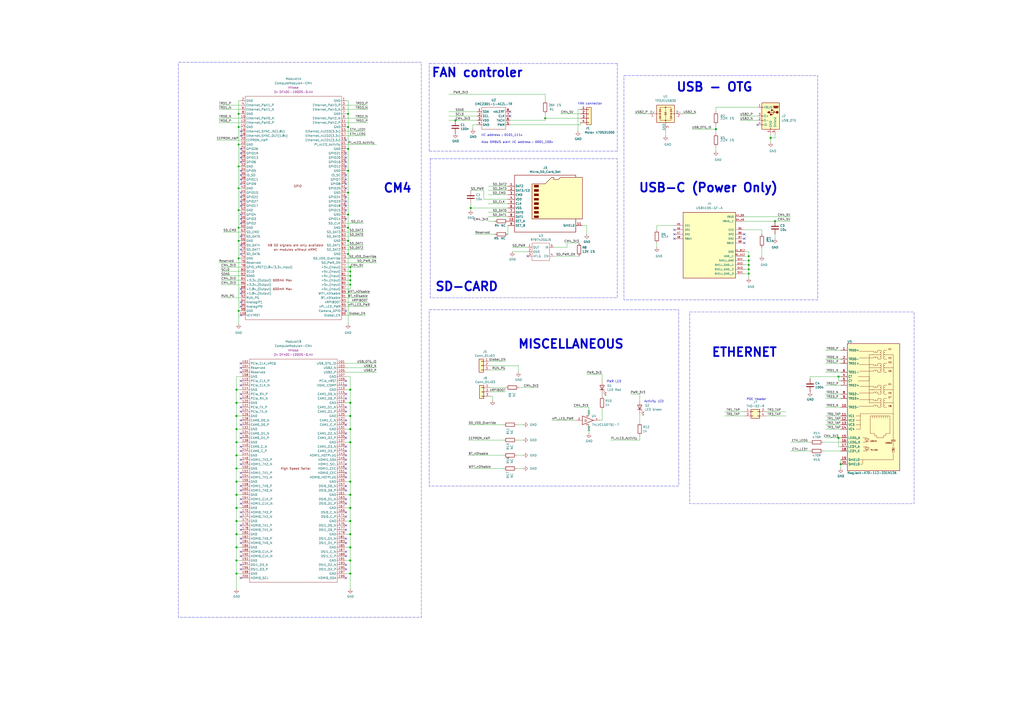
<source format=kicad_sch>
(kicad_sch (version 20231120) (generator "eeschema") (generator_version "8.0")
  (paper "A2")
  (title_block (title "V1 - CM4 Board") (date "2024-11-07") (rev "V0.1") (company "Rapid Analysis") (comment 1 "Author: Asad Imran"))
  (junction (at 201.93 86.36))
  (junction (at 138.43 132.08))
  (junction (at 203.2 162.56))
  (junction (at 201.93 147.32))
  (junction (at 203.2 160.02))
  (junction (at 203.2 325.12) (diameter 1.016))
  (junction (at 137.16 287.02) (diameter 1.016))
  (junction (at 137.16 325.12) (diameter 1.016))
  (junction (at 203.2 279.4) (diameter 1.016))
  (junction (at 203.2 241.3) (diameter 1.016))
  (junction (at 137.16 302.26) (diameter 1.016))
  (junction (at 137.16 248.92) (diameter 1.016))
  (junction (at 137.16 233.68) (diameter 1.016))
  (junction (at 447.04 80.01) (diameter 1.016))
  (junction (at 203.2 157.48))
  (junction (at 138.43 96.52))
  (junction (at 434.34 153.67))
  (junction (at 138.43 121.92))
  (junction (at 434.34 158.75))
  (junction (at 316.23 68.58))
  (junction (at 203.2 154.94))
  (junction (at 415.29 74.93) (diameter 1.016))
  (junction (at 203.2 309.88) (diameter 1.016))
  (junction (at 137.16 264.16) (diameter 1.016))
  (junction (at 137.16 317.5) (diameter 1.016))
  (junction (at 137.16 256.54) (diameter 1.016))
  (junction (at 201.93 111.76))
  (junction (at 273.05 120.65) (diameter 1.016))
  (junction (at 137.16 332.74) (diameter 1.016))
  (junction (at 201.93 73.66))
  (junction (at 138.43 109.22))
  (junction (at 203.2 332.74) (diameter 1.016))
  (junction (at 138.43 139.7))
  (junction (at 434.34 151.13))
  (junction (at 434.34 148.59))
  (junction (at 137.16 226.06) (diameter 1.016))
  (junction (at 487.68 269.24) (diameter 1.016))
  (junction (at 486.41 218.44) (diameter 1.016))
  (junction (at 138.43 180.34))
  (junction (at 201.93 132.08))
  (junction (at 138.43 83.82))
  (junction (at 138.43 73.66))
  (junction (at 203.2 287.02) (diameter 1.016))
  (junction (at 203.2 294.64) (diameter 1.016))
  (junction (at 264.16 69.85) (diameter 1.016))
  (junction (at 137.16 279.4) (diameter 1.016))
  (junction (at 201.93 124.46))
  (junction (at 203.2 248.92) (diameter 1.016))
  (junction (at 137.16 271.78) (diameter 1.016))
  (junction (at 138.43 149.86))
  (junction (at 203.2 317.5) (diameter 1.016))
  (junction (at 203.2 165.1))
  (junction (at 201.93 66.04))
  (junction (at 203.2 233.68) (diameter 1.016))
  (junction (at 201.93 99.06))
  (junction (at 138.43 66.04))
  (junction (at 137.16 241.3) (diameter 1.016))
  (junction (at 449.58 128.27))
  (junction (at 203.2 256.54) (diameter 1.016))
  (junction (at 203.2 226.06) (diameter 1.016))
  (junction (at 137.16 309.88) (diameter 1.016))
  (junction (at 201.93 139.7))
  (junction (at 486.41 254) (diameter 1.016))
  (junction (at 137.16 294.64) (diameter 1.016))
  (junction (at 434.34 156.21))
  (junction (at 203.2 302.26) (diameter 1.016))
  (no_connect (at 139.7 86.36))
  (no_connect (at 200.66 281.94))
  (no_connect (at 200.66 320.04))
  (no_connect (at 139.7 299.72))
  (no_connect (at 139.7 269.24))
  (no_connect (at 200.66 276.86))
  (no_connect (at 295.91 67.31))
  (no_connect (at 200.66 327.66))
  (no_connect (at 139.7 101.6))
  (no_connect (at 431.8 135.89))
  (no_connect (at 200.66 254))
  (no_connect (at 139.7 76.2))
  (no_connect (at 139.7 228.6))
  (no_connect (at 200.66 93.98))
  (no_connect (at 139.7 292.1))
  (no_connect (at 139.7 210.82))
  (no_connect (at 391.16 133.35))
  (no_connect (at 139.7 147.32))
  (no_connect (at 139.7 251.46))
  (no_connect (at 200.66 220.98))
  (no_connect (at 139.7 259.08))
  (no_connect (at 139.7 304.8))
  (no_connect (at 139.7 111.76))
  (no_connect (at 200.66 81.28))
  (no_connect (at 139.7 297.18))
  (no_connect (at 139.7 182.88))
  (no_connect (at 200.66 322.58))
  (no_connect (at 139.7 93.98))
  (no_connect (at 139.7 144.78))
  (no_connect (at 139.7 175.26))
  (no_connect (at 139.7 78.74))
  (no_connect (at 139.7 289.56))
  (no_connect (at 200.66 238.76))
  (no_connect (at 200.66 96.52))
  (no_connect (at 139.7 243.84))
  (no_connect (at 139.7 137.16))
  (no_connect (at 200.66 109.22))
  (no_connect (at 200.66 304.8))
  (no_connect (at 139.7 320.04))
  (no_connect (at 200.66 231.14))
  (no_connect (at 139.7 238.76))
  (no_connect (at 139.7 220.98))
  (no_connect (at 200.66 314.96))
  (no_connect (at 200.66 114.3))
  (no_connect (at 200.66 180.34))
  (no_connect (at 139.7 127))
  (no_connect (at 200.66 121.92))
  (no_connect (at 139.7 129.54))
  (no_connect (at 139.7 223.52))
  (no_connect (at 139.7 119.38))
  (no_connect (at 139.7 99.06))
  (no_connect (at 139.7 276.86))
  (no_connect (at 139.7 213.36))
  (no_connect (at 200.66 297.18))
  (no_connect (at 200.66 116.84))
  (no_connect (at 139.7 314.96))
  (no_connect (at 431.8 138.43))
  (no_connect (at 295.91 64.77))
  (no_connect (at 200.66 289.56))
  (no_connect (at 200.66 127))
  (no_connect (at 200.66 312.42))
  (no_connect (at 200.66 106.68))
  (no_connect (at 200.66 271.78))
  (no_connect (at 200.66 284.48))
  (no_connect (at 200.66 246.38))
  (no_connect (at 139.7 327.66))
  (no_connect (at 200.66 236.22))
  (no_connect (at 139.7 170.18))
  (no_connect (at 139.7 246.38))
  (no_connect (at 139.7 167.64))
  (no_connect (at 200.66 335.28))
  (no_connect (at 139.7 177.8))
  (no_connect (at 200.66 274.32))
  (no_connect (at 200.66 88.9))
  (no_connect (at 139.7 284.48))
  (no_connect (at 200.66 292.1))
  (no_connect (at 200.66 91.44))
  (no_connect (at 139.7 330.2))
  (no_connect (at 139.7 231.14))
  (no_connect (at 139.7 88.9))
  (no_connect (at 139.7 312.42))
  (no_connect (at 139.7 104.14))
  (no_connect (at 431.8 140.97))
  (no_connect (at 306.07 148.59))
  (no_connect (at 200.66 307.34))
  (no_connect (at 200.66 251.46))
  (no_connect (at 200.66 266.7))
  (no_connect (at 200.66 264.16))
  (no_connect (at 139.7 142.24))
  (no_connect (at 139.7 215.9))
  (no_connect (at 391.16 135.89))
  (no_connect (at 139.7 124.46))
  (no_connect (at 200.66 330.2))
  (no_connect (at 439.42 72.39))
  (no_connect (at 200.66 269.24))
  (no_connect (at 139.7 281.94))
  (no_connect (at 391.16 138.43))
  (no_connect (at 200.66 104.14))
  (no_connect (at 200.66 101.6))
  (no_connect (at 200.66 243.84))
  (no_connect (at 139.7 91.44))
  (no_connect (at 139.7 335.28))
  (no_connect (at 139.7 274.32))
  (no_connect (at 200.66 119.38))
  (no_connect (at 200.66 261.62))
  (no_connect (at 200.66 299.72))
  (no_connect (at 139.7 266.7))
  (no_connect (at 200.66 259.08))
  (no_connect (at 139.7 116.84))
  (no_connect (at 139.7 236.22))
  (no_connect (at 139.7 322.58))
  (no_connect (at 139.7 106.68))
  (no_connect (at 200.66 223.52))
  (no_connect (at 200.66 228.6))
  (no_connect (at 139.7 261.62))
  (no_connect (at 139.7 254))
  (no_connect (at 139.7 307.34))
  (no_connect (at 139.7 114.3))
  (wire (pts (xy 306.07 143.51) (xy 297.18 143.51)))
  (wire (pts (xy 200.66 165.1) (xy 203.2 165.1)))
  (wire (pts (xy 218.44 210.82) (xy 200.66 210.82)))
  (wire (pts (xy 336.55 72.39) (xy 336.55 71.12)))
  (wire (pts (xy 139.7 68.58) (xy 127 68.58)))
  (wire (pts (xy 337.82 130.81) (xy 340.36 130.81)))
  (wire (pts (xy 295.91 72.39) (xy 336.55 72.39)))
  (wire (pts (xy 212.09 182.88) (xy 200.66 182.88)))
  (wire (pts (xy 469.9 219.71) (xy 469.9 218.44)))
  (wire (pts (xy 371.094 232.41) (xy 371.094 228.6)))
  (wire (pts (xy 200.66 256.54) (xy 203.2 256.54)))
  (wire (pts (xy 478.79 228.6) (xy 487.68 228.6)))
  (wire (pts (xy 328.93 140.97) (xy 328.93 143.51)))
  (wire (pts (xy 431.8 146.05) (xy 434.34 146.05)))
  (wire (pts (xy 444.5 238.76) (xy 455.93 238.76)))
  (wire (pts (xy 200.66 71.12) (xy 213.36 71.12)))
  (wire (pts (xy 138.43 187.96) (xy 138.43 180.34)))
  (wire (pts (xy 429.26 69.85) (xy 439.42 69.85)))
  (wire (pts (xy 478.79 248.92) (xy 487.68 248.92)))
  (wire (pts (xy 386.08 76.2) (xy 386.08 78.74)))
  (wire (pts (xy 487.68 218.44) (xy 486.41 218.44)))
  (wire (pts (xy 128.27 160.02) (xy 139.7 160.02)))
  (wire (pts (xy 441.96 143.51) (xy 441.96 148.59)))
  (wire (pts (xy 477.52 261.62) (xy 487.68 261.62)))
  (wire (pts (xy 214.63 170.18) (xy 200.66 170.18)))
  (wire (pts (xy 316.23 69.85) (xy 316.23 68.58)))
  (wire (pts (xy 284.48 229.87) (xy 285.75 229.87)))
  (wire (pts (xy 335.28 63.5) (xy 335.28 76.2)))
  (wire (pts (xy 137.16 248.92) (xy 139.7 248.92)))
  (wire (pts (xy 125.73 81.28) (xy 139.7 81.28)))
  (wire (pts (xy 128.27 172.72) (xy 139.7 172.72)))
  (wire (pts (xy 200.66 83.82) (xy 218.44 83.82)))
  (wire (pts (xy 128.27 165.1) (xy 139.7 165.1)))
  (wire (pts (xy 458.47 256.54) (xy 469.9 256.54)))
  (wire (pts (xy 477.52 256.54) (xy 487.68 256.54)))
  (wire (pts (xy 128.27 154.94) (xy 139.7 154.94)))
  (wire (pts (xy 200.66 111.76) (xy 201.93 111.76)))
  (wire (pts (xy 306.07 146.05) (xy 297.18 146.05)))
  (wire (pts (xy 200.66 60.96) (xy 213.36 60.96)))
  (wire (pts (xy 478.79 223.52) (xy 487.68 223.52)))
  (wire (pts (xy 203.2 167.64) (xy 203.2 165.1)))
  (wire (pts (xy 138.43 58.42) (xy 139.7 58.42)))
  (wire (pts (xy 201.93 86.36) (xy 201.93 99.06)))
  (wire (pts (xy 336.55 68.58) (xy 316.23 68.58)))
  (wire (pts (xy 294.64 115.57) (xy 280.67 115.57)))
  (wire (pts (xy 137.16 233.68) (xy 137.16 241.3)))
  (wire (pts (xy 271.78 264.16) (xy 292.1 264.16)))
  (wire (pts (xy 200.66 332.74) (xy 203.2 332.74)))
  (wire (pts (xy 381 140.97) (xy 381 143.51)))
  (wire (pts (xy 203.2 160.02) (xy 203.2 157.48)))
  (wire (pts (xy 341.63 236.22) (xy 332.74 236.22)))
  (wire (pts (xy 200.66 233.68) (xy 203.2 233.68)))
  (wire (pts (xy 349.25 237.49) (xy 349.25 243.84)))
  (wire (pts (xy 273.05 120.65) (xy 273.05 121.92)))
  (polyline (pts (xy 248.92 36.83) (xy 358.14 36.83)) (stroke (width 0) (type dash)))
  (wire (pts (xy 200.66 149.86) (xy 218.44 149.86)))
  (wire (pts (xy 203.2 218.44) (xy 200.66 218.44)))
  (wire (pts (xy 276.86 69.85) (xy 264.16 69.85)))
  (wire (pts (xy 137.16 271.78) (xy 139.7 271.78)))
  (wire (pts (xy 139.7 325.12) (xy 137.16 325.12)))
  (wire (pts (xy 349.25 228.6) (xy 349.25 229.87)))
  (wire (pts (xy 137.16 218.44) (xy 137.16 226.06)))
  (wire (pts (xy 449.58 128.27) (xy 458.47 128.27)))
  (wire (pts (xy 137.16 264.16) (xy 137.16 271.78)))
  (wire (pts (xy 201.93 132.08) (xy 201.93 139.7)))
  (wire (pts (xy 447.04 80.01) (xy 447.04 82.55)))
  (wire (pts (xy 139.7 71.12) (xy 127 71.12)))
  (wire (pts (xy 213.36 175.26) (xy 200.66 175.26)))
  (wire (pts (xy 441.96 133.35) (xy 441.96 135.89)))
  (wire (pts (xy 201.93 139.7) (xy 201.93 147.32)))
  (wire (pts (xy 201.93 58.42) (xy 201.93 66.04)))
  (wire (pts (xy 200.66 160.02) (xy 203.2 160.02)))
  (wire (pts (xy 200.66 132.08) (xy 201.93 132.08)))
  (wire (pts (xy 200.66 162.56) (xy 203.2 162.56)))
  (wire (pts (xy 303.53 246.38) (xy 299.72 246.38)))
  (wire (pts (xy 137.16 241.3) (xy 137.16 248.92)))
  (wire (pts (xy 201.93 99.06) (xy 201.93 111.76)))
  (wire (pts (xy 201.93 66.04) (xy 201.93 73.66)))
  (wire (pts (xy 276.86 64.77) (xy 260.35 64.77)))
  (wire (pts (xy 431.8 156.21) (xy 434.34 156.21)))
  (wire (pts (xy 271.78 271.78) (xy 292.1 271.78)))
  (wire (pts (xy 214.63 177.8) (xy 200.66 177.8)))
  (wire (pts (xy 284.226 209.55) (xy 293.37 209.55)))
  (wire (pts (xy 200.66 68.58) (xy 213.36 68.58)))
  (wire (pts (xy 137.16 287.02) (xy 139.7 287.02)))
  (wire (pts (xy 447.04 77.47) (xy 447.04 80.01)))
  (wire (pts (xy 260.35 54.61) (xy 316.23 54.61)))
  (wire (pts (xy 354.33 255.27) (xy 371.094 255.27)))
  (wire (pts (xy 276.86 72.39) (xy 274.32 72.39)))
  (wire (pts (xy 273.05 118.11) (xy 273.05 120.65)))
  (wire (pts (xy 431.8 158.75) (xy 434.34 158.75)))
  (wire (pts (xy 391.16 130.81) (xy 381 130.81)))
  (wire (pts (xy 203.2 165.1) (xy 203.2 162.56)))
  (wire (pts (xy 137.16 226.06) (xy 139.7 226.06)))
  (wire (pts (xy 415.29 62.23) (xy 415.29 64.77)))
  (wire (pts (xy 137.16 309.88) (xy 137.16 317.5)))
  (wire (pts (xy 138.43 109.22) (xy 139.7 109.22)))
  (wire (pts (xy 371.094 255.27) (xy 371.094 252.73)))
  (wire (pts (xy 478.79 210.82) (xy 487.68 210.82)))
  (wire (pts (xy 420.37 241.3) (xy 431.8 241.3)))
  (wire (pts (xy 137.16 226.06) (xy 137.16 233.68)))
  (wire (pts (xy 137.16 256.54) (xy 137.16 264.16)))
  (wire (pts (xy 200.66 58.42) (xy 201.93 58.42)))
  (wire (pts (xy 316.23 54.61) (xy 316.23 58.42)))
  (wire (pts (xy 139.7 332.74) (xy 137.16 332.74)))
  (wire (pts (xy 138.43 132.08) (xy 138.43 121.92)))
  (wire (pts (xy 431.8 151.13) (xy 434.34 151.13)))
  (wire (pts (xy 335.915 140.97) (xy 328.93 140.97)))
  (wire (pts (xy 284.226 212.09) (xy 300.736 212.09)))
  (wire (pts (xy 200.66 147.32) (xy 201.93 147.32)))
  (wire (pts (xy 478.79 246.38) (xy 487.68 246.38)))
  (wire (pts (xy 264.16 69.85) (xy 260.35 69.85)))
  (wire (pts (xy 203.2 157.48) (xy 203.2 154.94)))
  (wire (pts (xy 138.43 121.92) (xy 138.43 109.22)))
  (wire (pts (xy 478.79 254) (xy 486.41 254)))
  (wire (pts (xy 200.66 287.02) (xy 203.2 287.02)))
  (wire (pts (xy 138.43 139.7) (xy 138.43 132.08)))
  (wire (pts (xy 469.9 218.44) (xy 486.41 218.44)))
  (wire (pts (xy 137.16 302.26) (xy 139.7 302.26)))
  (wire (pts (xy 316.23 68.58) (xy 316.23 66.04)))
  (wire (pts (xy 284.48 227.33) (xy 293.37 227.33)))
  (wire (pts (xy 137.16 241.3) (xy 139.7 241.3)))
  (wire (pts (xy 203.2 287.02) (xy 203.2 294.64)))
  (wire (pts (xy 271.78 246.38) (xy 292.1 246.38)))
  (wire (pts (xy 213.36 172.72) (xy 200.66 172.72)))
  (wire (pts (xy 137.16 248.92) (xy 137.16 256.54)))
  (wire (pts (xy 218.44 152.4) (xy 200.66 152.4)))
  (wire (pts (xy 429.26 67.31) (xy 439.42 67.31)))
  (wire (pts (xy 431.8 128.27) (xy 449.58 128.27)))
  (wire (pts (xy 203.2 256.54) (xy 203.2 279.4)))
  (wire (pts (xy 321.31 148.59) (xy 335.915 148.59)))
  (wire (pts (xy 478.79 241.3) (xy 487.68 241.3)))
  (wire (pts (xy 486.41 220.98) (xy 486.41 218.44)))
  (wire (pts (xy 138.43 132.08) (xy 139.7 132.08)))
  (wire (pts (xy 137.16 294.64) (xy 139.7 294.64)))
  (wire (pts (xy 271.78 255.27) (xy 292.1 255.27)))
  (wire (pts (xy 478.79 215.9) (xy 487.68 215.9)))
  (wire (pts (xy 200.66 78.74) (xy 212.09 78.74)))
  (wire (pts (xy 203.2 256.54) (xy 203.2 248.92)))
  (wire (pts (xy 200.66 73.66) (xy 201.93 73.66)))
  (wire (pts (xy 137.16 233.68) (xy 139.7 233.68)))
  (wire (pts (xy 203.2 162.56) (xy 203.2 160.02)))
  (wire (pts (xy 137.16 309.88) (xy 139.7 309.88)))
  (wire (pts (xy 294.64 130.81) (xy 294.64 135.89)))
  (wire (pts (xy 201.93 147.32) (xy 201.93 187.96)))
  (wire (pts (xy 203.2 309.88) (xy 203.2 317.5)))
  (wire (pts (xy 349.25 217.17) (xy 349.25 220.98)))
  (wire (pts (xy 128.27 157.48) (xy 139.7 157.48)))
  (wire (pts (xy 137.16 264.16) (xy 139.7 264.16)))
  (wire (pts (xy 434.34 156.21) (xy 434.34 158.75)))
  (wire (pts (xy 138.43 66.04) (xy 138.43 58.42)))
  (wire (pts (xy 273.05 120.65) (xy 294.64 120.65)))
  (wire (pts (xy 303.53 264.16) (xy 299.72 264.16)))
  (wire (pts (xy 486.41 259.08) (xy 486.41 254)))
  (wire (pts (xy 200.66 86.36) (xy 201.93 86.36)))
  (wire (pts (xy 200.66 66.04) (xy 201.93 66.04)))
  (wire (pts (xy 294.64 125.73) (xy 283.21 125.73)))
  (wire (pts (xy 200.66 139.7) (xy 201.93 139.7)))
  (wire (pts (xy 273.05 110.49) (xy 280.67 110.49)))
  (wire (pts (xy 285.75 229.87) (xy 285.75 232.41)))
  (wire (pts (xy 478.79 208.28) (xy 487.68 208.28)))
  (wire (pts (xy 487.68 220.98) (xy 486.41 220.98)))
  (wire (pts (xy 434.34 151.13) (xy 434.34 153.67)))
  (wire (pts (xy 415.29 72.39) (xy 415.29 74.93)))
  (wire (pts (xy 137.16 279.4) (xy 139.7 279.4)))
  (wire (pts (xy 201.93 124.46) (xy 201.93 132.08)))
  (wire (pts (xy 294.64 118.11) (xy 283.21 118.11)))
  (wire (pts (xy 434.34 153.67) (xy 434.34 156.21)))
  (wire (pts (xy 200.66 99.06) (xy 201.93 99.06)))
  (wire (pts (xy 137.16 271.78) (xy 137.16 279.4)))
  (wire (pts (xy 341.63 241.3) (xy 341.63 236.22)))
  (wire (pts (xy 210.82 137.16) (xy 200.66 137.16)))
  (wire (pts (xy 478.79 243.84) (xy 487.68 243.84)))
  (wire (pts (xy 200.66 325.12) (xy 203.2 325.12)))
  (wire (pts (xy 138.43 96.52) (xy 139.7 96.52)))
  (wire (pts (xy 137.16 294.64) (xy 137.16 302.26)))
  (wire (pts (xy 139.7 60.96) (xy 127 60.96)))
  (wire (pts (xy 137.16 256.54) (xy 139.7 256.54)))
  (wire (pts (xy 138.43 83.82) (xy 138.43 73.66)))
  (wire (pts (xy 200.66 167.64) (xy 203.2 167.64)))
  (wire (pts (xy 210.82 142.24) (xy 200.66 142.24)))
  (wire (pts (xy 478.79 236.22) (xy 487.68 236.22)))
  (polyline (pts (xy 358.14 36.83) (xy 358.14 87.63)) (stroke (width 0) (type dash)))
  (wire (pts (xy 431.8 148.59) (xy 434.34 148.59)))
  (wire (pts (xy 300.736 212.09) (xy 300.736 215.9)))
  (wire (pts (xy 486.41 254) (xy 487.68 254)))
  (wire (pts (xy 138.43 180.34) (xy 138.43 149.86)))
  (polyline (pts (xy 358.14 87.63) (xy 248.92 87.63)) (stroke (width 0) (type dash)))
  (wire (pts (xy 415.29 62.23) (xy 439.42 62.23)))
  (wire (pts (xy 420.37 238.76) (xy 431.8 238.76)))
  (wire (pts (xy 283.21 123.19) (xy 294.64 123.19)))
  (wire (pts (xy 365.76 228.6) (xy 371.094 228.6)))
  (wire (pts (xy 434.34 146.05) (xy 434.34 148.59)))
  (wire (pts (xy 320.04 243.84) (xy 334.01 243.84)))
  (wire (pts (xy 200.66 226.06) (xy 203.2 226.06)))
  (wire (pts (xy 449.58 80.01) (xy 447.04 80.01)))
  (wire (pts (xy 138.43 149.86) (xy 138.43 139.7)))
  (wire (pts (xy 275.59 135.89) (xy 287.02 135.89)))
  (wire (pts (xy 200.66 241.3) (xy 203.2 241.3)))
  (wire (pts (xy 210.82 129.54) (xy 200.66 129.54)))
  (wire (pts (xy 274.32 72.39) (xy 274.32 74.93)))
  (wire (pts (xy 137.16 325.12) (xy 137.16 332.74)))
  (wire (pts (xy 138.43 73.66) (xy 139.7 73.66)))
  (wire (pts (xy 201.93 111.76) (xy 201.93 124.46)))
  (wire (pts (xy 200.66 279.4) (xy 203.2 279.4)))
  (wire (pts (xy 200.66 302.26) (xy 203.2 302.26)))
  (wire (pts (xy 283.21 113.03) (xy 294.64 113.03)))
  (wire (pts (xy 449.58 77.47) (xy 449.58 80.01)))
  (wire (pts (xy 340.36 130.81) (xy 340.36 135.89)))
  (polyline (pts (xy 248.92 87.63) (xy 248.92 36.83)) (stroke (width 0) (type dash)))
  (wire (pts (xy 137.16 302.26) (xy 137.16 309.88)))
  (wire (pts (xy 200.66 154.94) (xy 203.2 154.94)))
  (wire (pts (xy 201.93 73.66) (xy 201.93 86.36)))
  (wire (pts (xy 431.8 153.67) (xy 434.34 153.67)))
  (wire (pts (xy 325.12 66.04) (xy 336.55 66.04)))
  (wire (pts (xy 487.68 266.7) (xy 487.68 269.24)))
  (wire (pts (xy 303.53 271.78) (xy 299.72 271.78)))
  (wire (pts (xy 283.21 107.95) (xy 294.64 107.95)))
  (wire (pts (xy 200.66 215.9) (xy 218.44 215.9)))
  (wire (pts (xy 138.43 73.66) (xy 138.43 66.04)))
  (wire (pts (xy 203.2 302.26) (xy 203.2 309.88)))
  (wire (pts (xy 128.27 162.56) (xy 139.7 162.56)))
  (wire (pts (xy 431.8 125.73) (xy 458.47 125.73)))
  (wire (pts (xy 300.99 224.79) (xy 312.42 224.79)))
  (wire (pts (xy 129.54 134.62) (xy 139.7 134.62)))
  (wire (pts (xy 203.2 279.4) (xy 203.2 287.02)))
  (wire (pts (xy 137.16 287.02) (xy 137.16 294.64)))
  (wire (pts (xy 487.68 259.08) (xy 486.41 259.08)))
  (wire (pts (xy 401.32 74.93) (xy 415.29 74.93)))
  (wire (pts (xy 203.2 233.68) (xy 203.2 226.06)))
  (wire (pts (xy 283.21 128.27) (xy 287.02 128.27)))
  (wire (pts (xy 138.43 149.86) (xy 139.7 149.86)))
  (wire (pts (xy 127 152.4) (xy 139.7 152.4)))
  (wire (pts (xy 137.16 279.4) (xy 137.16 287.02)))
  (wire (pts (xy 321.31 143.51) (xy 328.93 143.51)))
  (wire (pts (xy 203.2 226.06) (xy 203.2 218.44)))
  (wire (pts (xy 381 130.81) (xy 381 133.35)))
  (wire (pts (xy 200.66 309.88) (xy 203.2 309.88)))
  (wire (pts (xy 210.82 144.78) (xy 200.66 144.78)))
  (wire (pts (xy 415.29 74.93) (xy 415.29 77.47)))
  (wire (pts (xy 203.2 248.92) (xy 203.2 241.3)))
  (wire (pts (xy 138.43 180.34) (xy 139.7 180.34)))
  (wire (pts (xy 137.16 332.74) (xy 137.16 341.63)))
  (wire (pts (xy 449.58 135.89) (xy 449.58 138.43)))
  (wire (pts (xy 138.43 83.82) (xy 139.7 83.82)))
  (wire (pts (xy 368.3 66.04) (xy 375.92 66.04)))
  (wire (pts (xy 203.2 325.12) (xy 203.2 332.74)))
  (wire (pts (xy 295.91 69.85) (xy 316.23 69.85)))
  (wire (pts (xy 200.66 294.64) (xy 203.2 294.64)))
  (wire (pts (xy 200.66 248.92) (xy 203.2 248.92)))
  (wire (pts (xy 444.5 241.3) (xy 455.93 241.3)))
  (wire (pts (xy 434.34 148.59) (xy 434.34 151.13)))
  (wire (pts (xy 203.2 294.64) (xy 203.2 302.26)))
  (wire (pts (xy 349.25 243.84) (xy 347.98 243.84)))
  (wire (pts (xy 415.29 85.09) (xy 415.29 87.63)))
  (wire (pts (xy 371.094 240.03) (xy 371.094 245.11)))
  (wire (pts (xy 487.68 269.24) (xy 487.68 271.78)))
  (wire (pts (xy 336.55 63.5) (xy 335.28 63.5)))
  (wire (pts (xy 203.2 317.5) (xy 203.2 325.12)))
  (wire (pts (xy 137.16 317.5) (xy 137.16 325.12)))
  (wire (pts (xy 138.43 66.04) (xy 139.7 66.04)))
  (wire (pts (xy 210.82 134.62) (xy 200.66 134.62)))
  (wire (pts (xy 434.34 158.75) (xy 434.34 161.29)))
  (wire (pts (xy 303.53 255.27) (xy 299.72 255.27)))
  (wire (pts (xy 203.2 154.94) (xy 210.82 154.94)))
  (wire (pts (xy 396.24 66.04) (xy 403.86 66.04)))
  (wire (pts (xy 138.43 121.92) (xy 139.7 121.92)))
  (wire (pts (xy 138.43 109.22) (xy 138.43 96.52)))
  (wire (pts (xy 139.7 63.5) (xy 127 63.5)))
  (wire (pts (xy 200.66 63.5) (xy 213.36 63.5)))
  (wire (pts (xy 200.66 124.46) (xy 201.93 124.46)))
  (wire (pts (xy 200.66 213.36) (xy 218.44 213.36)))
  (wire (pts (xy 138.43 96.52) (xy 138.43 83.82)))
  (wire (pts (xy 340.36 217.17) (xy 349.25 217.17)))
  (wire (pts (xy 294.64 110.49) (xy 283.21 110.49)))
  (wire (pts (xy 137.16 317.5) (xy 139.7 317.5)))
  (wire (pts (xy 458.47 261.62) (xy 469.9 261.62)))
  (wire (pts (xy 139.7 218.44) (xy 137.16 218.44)))
  (wire (pts (xy 280.67 115.57) (xy 280.67 110.49)))
  (wire (pts (xy 478.79 231.14) (xy 487.68 231.14)))
  (wire (pts (xy 203.2 241.3) (xy 203.2 233.68)))
  (wire (pts (xy 284.226 214.63) (xy 293.116 214.63)))
  (wire (pts (xy 341.63 246.38) (xy 341.63 251.46)))
  (wire (pts (xy 203.2 332.74) (xy 203.2 341.63)))
  (wire (pts (xy 200.66 157.48) (xy 203.2 157.48)))
  (wire (pts (xy 276.86 67.31) (xy 260.35 67.31)))
  (wire (pts (xy 200.66 317.5) (xy 203.2 317.5)))
  (wire (pts (xy 478.79 203.2) (xy 487.68 203.2)))
  (wire (pts (xy 138.43 139.7) (xy 139.7 139.7)))
  (wire (pts (xy 431.8 133.35) (xy 441.96 133.35)))
  (wire (pts (xy 284.48 224.79) (xy 293.37 224.79)))
  (wire (pts (xy 200.66 76.2) (xy 212.09 76.2)))
  (rectangle (start 248.92 179.705) (end 393.7 281.94) (stroke (width 0) (type dash)))
  (rectangle (start 103.505 36.195) (end 244.475 358.14) (stroke (width 0) (type dash)))
  (rectangle (start 361.95 43.815) (end 474.345 173.99) (stroke (width 0) (type dash)))
  (rectangle (start 400.05 180.975) (end 530.225 292.1) (stroke (width 0) (type dash)))
  (rectangle (start 249.555 92.075) (end 358.14 172.72) (stroke (width 0) (type dash)))
  (text "USB-C (Power Only)" (at 451.612 112.014 0) (effects (font (size 5.08 5.08) (thickness 1.016) (bold yes)) (justify right bottom)))
  (text "FAN controler" (at 276.86 45.212 0) (effects (font (size 5.08 5.08) (thickness 1.016) (bold yes)) (justify bottom)))
  (text "Activity LED" (at 373.634 233.68 0) (effects (font (size 1.27 1.27)) (justify left bottom)))
  (text "IIC address : 0101_111x" (at 279.1206 79.2226 0) (effects (font (size 1.27 1.27)) (justify left bottom)))
  (text "FAN connector\n" (at 335.28 60.96 0) (effects (font (size 1.27 1.27)) (justify left bottom)))
  (text "PWR LED" (at 351.917 222.123 0) (effects (font (size 1.27 1.27)) (justify left bottom)))
  (text "USB - OTG" (at 436.88 53.594 0) (effects (font (size 5.08 5.08) (thickness 1.016) (bold yes)) (justify right bottom)))
  (text "POE Header" (at 433.07 232.41 0) (effects (font (size 1.27 1.27)) (justify left bottom)))
  (text "Also SMBUS alert IIC address : 0001_100x" (at 279.146 83.312 0) (effects (font (size 1.27 1.27)) (justify left bottom)))
  (text "MISCELLANEOUS\n" (at 331.216 202.692 0) (effects (font (size 5.08 5.08) (thickness 1.016) (bold yes)) (justify bottom)))
  (text "ETHERNET" (at 431.8 204.47 0) (effects (font (size 5.08 5.08) (bold yes))))
  (text "CM4" (at 230.632 109.22 0) (effects (font (size 5.08 5.08) (bold yes))))
  (text "SD-CARD" (at 270.764 166.37 0) (effects (font (size 5.08 5.08) (bold yes))))
  (label "TRD3_P" (at 486.41 231.14 180))
  (label "TR1_TAP" (at 429.26 238.76 180))
  (label "SD_PWR_ON" (at 218.44 152.4 180))
  (label "PI_nLED_Activity" (at 354.33 255.27 0))
  (label "SDA0" (at 128.27 160.02 0))
  (label "Global_EN" (at 293.37 209.55 180))
  (label "USB2_P" (at 368.3 66.04 0))
  (label "TRD1_N" (at 486.41 215.9 180))
  (label "nPI_LED_PWR" (at 332.74 243.84 180))
  (label "USB2_P" (at 218.44 215.9 180))
  (label "TR3_TAP" (at 487.68 248.92 180))
  (label "CM4_3V3" (at 332.74 236.22 0))
  (label "SCL0" (at 128.27 157.48 0))
  (label "WiFi_nDisable" (at 214.63 170.18 180))
  (label "CM4_3V3" (at 335.915 140.97 180))
  (label "TRD1_P" (at 127 60.96 0))
  (label "SDA0" (at 264.16 64.77 0))
  (label "CM4_5V" (at 332.74 66.04 180))
  (label "WiFi_nDisable" (at 271.78 271.78 0))
  (label "ETH_LEDG" (at 468.63 256.54 180))
  (label "Reserved" (at 127 152.4 0))
  (label "nRPIBOOT" (at 293.37 227.33 180))
  (label "SD_DAT1" (at 210.82 142.24 180))
  (label "SD_PWR" (at 273.05 110.49 0))
  (label "CM4_3V3" (at 128.27 162.56 0))
  (label "TRD0_P" (at 127 71.12 0))
  (label "CM4_5V" (at 458.47 125.73 180))
  (label "USB2_N" (at 218.44 213.36 180))
  (label "TRD3_N" (at 486.41 236.22 180))
  (label "CM4_3V3" (at 128.27 154.94 0))
  (label "CM4_3V3" (at 128.27 165.1 0))
  (label "SD_DAT3" (at 285.75 110.49 0))
  (label "SD_VDD_Override" (at 218.44 149.86 180))
  (label "BT_nDisable" (at 213.36 172.72 180))
  (label "PWR_3V3" (at 365.76 228.6 0))
  (label "CM4_5V" (at 458.47 128.27 180))
  (label "TRD0_P" (at 486.41 203.2 180))
  (label "SD_DAT0" (at 285.75 123.19 0))
  (label "Reserved" (at 275.59 135.89 0))
  (label "ETH_LEDY" (at 468.63 261.62 180))
  (label "PI_nLED_Activity" (at 201.93 83.82 0))
  (label "ETH_LEDG" (at 212.09 78.74 180))
  (label "BT_nDisable" (at 271.78 264.16 0))
  (label "TR3_TAP" (at 453.0344 241.3 180))
  (label "USB2_N" (at 429.26 69.85 0))
  (label "CM4_5V" (at 210.82 154.94 180))
  (label "ETH_LEDY" (at 212.09 76.2 180))
  (label "nPI_LED_PWR" (at 214.63 177.8 180))
  (label "nRPIBOOT" (at 213.36 175.26 180))
  (label "SD_DAT3" (at 210.82 134.62 180))
  (label "SD_CMD" (at 129.54 134.62 0))
  (label "SD_CLK" (at 210.82 129.54 180))
  (label "CM4_3V3" (at 312.42 224.79 180))
  (label "SCL0" (at 264.16 67.31 0))
  (label "TR2_TAP" (at 453.0598 238.76 180))
  (label "TR0_TAP" (at 487.68 241.3 180))
  (label "USB2_N" (at 403.86 66.04 180))
  (label "EEPROM_nWP" (at 271.78 255.27 0))
  (label "TRD3_N" (at 213.36 63.5 180))
  (label "TRD2_N" (at 213.36 68.58 180))
  (label "SD_PWR" (at 297.18 143.51 0))
  (label "SD_DAT0" (at 210.82 137.16 180))
  (label "TRD1_P" (at 486.41 210.82 180))
  (label "TRD0_N" (at 486.41 208.28 180))
  (label "TRD2_P" (at 486.41 223.52 180))
  (label "CM4_3V3" (at 264.16 69.85 0))
  (label "TRD1_N" (at 127 63.5 0))
  (label "RUN_PG" (at 128.27 172.72 0))
  (label "SD_CMD" (at 285.75 113.03 0))
  (label "CM4_3V3" (at 283.21 128.27 180))
  (label "SD_DAT1" (at 285.75 125.73 0))
  (label "TR0_TAP" (at 429.1584 241.3 180))
  (label "PWR_3V3" (at 262.89 54.61 0))
  (label "TRD0_N" (at 127 68.58 0))
  (label "USB2_P" (at 429.26 67.31 0))
  (label "SD_PWR_ON" (at 322.58 148.59 0))
  (label "Global_EN" (at 212.09 182.88 180))
  (label "TRD2_P" (at 213.36 71.12 180))
  (label "EEPROM_nWP" (at 125.73 81.28 0))
  (label "TR1_TAP" (at 487.68 243.84 180))
  (label "TRD3_P" (at 213.36 60.96 180))
  (label "USB_OTG_ID" (at 218.44 210.82 180))
  (label "SD_DAT2" (at 285.75 107.95 0))
  (label "RUN_PG" (at 293.116 214.63 180))
  (label "TR2_TAP" (at 487.68 246.38 180))
  (label "PWR_3V3" (at 340.36 217.17 0))
  (label "SD_DAT2" (at 210.82 144.78 180))
  (label "USB_OTG_ID" (at 401.32 74.93 0))
  (label "CM4_3V3" (at 486.41 254 180))
  (label "TRD2_N" (at 486.41 228.6 180))
  (label "SD_VDD_Override" (at 271.78 246.38 0))
  (label "SD_CLK" (at 285.75 118.11 0))
  (symbol (lib_id "Device:R") (at 415.29 68.58 0) (unit 1)
    (property "Reference" "R2" (at 417.83 67.31 0) (effects (justify left)))
    (property "Value" "2.2K 1%" (at 417.83 68.58 0) (effects (justify left)))
    (property "Footprint" "Resistor_SMD:R_0603_1608Metric_Pad0.98x0.95mm_HandSolder" (effects (hide yes)))
    (property "Manufacturer" "Yageo" (effects (hide yes)))
    (property "MPN" "RC0603FR-072K2L" (effects (hide yes)))
    (property "Digi-Key_PN" "311-2.20KHRCT-ND" (effects (hide yes)))
  )
  (symbol (lib_id "Device:R") (at 297.18 224.79 90) (unit 1)
    (property "Reference" "R9" (at 295.91 230.505 0) (effects (justify left)))
    (property "Value" "NC" (at 298.196 230.378 0) (effects (justify left)))
    (property "Footprint" "Resistor_SMD:R_0402_1005Metric" (effects (hide yes)))
    (property "Datasheet" "https://fscdn.rohm.com/en/products/databook/datasheet/passive/resistor/chip_resistor/mcr-e.pdf" (effects (hide yes)))
    (property "Field4" "Farnell" (effects (hide yes)))
    (property "Field5" "9239278" (effects (hide yes)))
    (property "Field7" "KOA EUROPE GMBH" (effects (hide yes)))
    (property "Field6" "RK73G1ETQTP2201D         " (effects (hide yes)))
    (property "Part Description" "Resistor 2.2K M1005 1% 63mW" (effects (hide yes)))
    (property "Field8" "120889581" (effects (hide yes)))
  )
  (symbol (lib_id "power:GND") (at 415.29 87.63 0) (unit 1)
    (property "Reference" "#PWR06" (effects (hide yes)))
    (property "Value" "GND" (at 416.56 92.71 0))
  )
  (symbol (lib_id "power:GND") (at 341.63 251.46 0) (unit 1)
    (property "Reference" "#PWR020" (effects (hide yes)))
    (property "Value" "GND" (at 341.757 255.8542 0))
  )
  (symbol (lib_id "power:GND") (at 274.32 74.93 0) (unit 1)
    (property "Reference" "#PWR01" (effects (hide yes)))
    (property "Value" "GND" (at 274.447 79.3242 0))
  )
  (symbol (lib_id "power:GND") (at 138.43 187.96 0) (unit 1)
    (property "Reference" "#PWR014" (effects (hide yes)))
    (property "Value" "GND" (at 138.43 193.04 0))
    (property "Description" "Power symbol creates a global label with name \"GND\" , ground" (effects (hide yes)))
  )
  (symbol (lib_id "Device:R") (at 295.91 255.27 90) (unit 1)
    (property "Reference" "R13" (at 294.64 260.985 0) (effects (justify left)))
    (property "Value" "NC" (at 296.926 260.858 0) (effects (justify left)))
    (property "Footprint" "Resistor_SMD:R_0402_1005Metric" (effects (hide yes)))
    (property "Datasheet" "https://fscdn.rohm.com/en/products/databook/datasheet/passive/resistor/chip_resistor/mcr-e.pdf" (effects (hide yes)))
    (property "Field4" "Farnell" (effects (hide yes)))
    (property "Field5" "9239278" (effects (hide yes)))
    (property "Field7" "KOA EUROPE GMBH" (effects (hide yes)))
    (property "Field6" "RK73G1ETQTP2201D         " (effects (hide yes)))
    (property "Part Description" "Resistor 2.2K M1005 1% 63mW" (effects (hide yes)))
    (property "Field8" "120889581" (effects (hide yes)))
  )
  (symbol (lib_id "power:GND") (at 303.53 255.27 90) (unit 1)
    (property "Reference" "#PWR021" (effects (hide yes)))
    (property "Value" "GND" (at 307.34 255.2699 90) (effects (justify right)))
    (property "Description" "Power symbol creates a global label with name \"GND\" , ground" (effects (hide yes)))
  )
  (symbol (lib_id "power:GND") (at 303.53 264.16 90) (unit 1)
    (property "Reference" "#PWR022" (effects (hide yes)))
    (property "Value" "GND" (at 307.34 264.1599 90) (effects (justify right)))
    (property "Description" "Power symbol creates a global label with name \"GND\" , ground" (effects (hide yes)))
  )
  (symbol (lib_id "Device:R") (at 349.25 233.68 0) (unit 1)
    (property "Reference" "R10" (at 351.028 232.5116 0) (effects (justify left)))
    (property "Value" "1k" (at 351.028 234.823 0) (effects (justify left)))
    (property "Footprint" "Resistor_SMD:R_0402_1005Metric" (effects (hide yes)))
    (property "Datasheet" "https://fscdn.rohm.com/en/products/databook/datasheet/passive/resistor/chip_resistor/mcr-e.pdf" (effects (hide yes)))
    (property "Field4" "Farnell" (effects (hide yes)))
    (property "Field5" "9239235" (effects (hide yes)))
    (property "Field7" "KOA EUROPE GMBH" (effects (hide yes)))
    (property "Field6" "RK73H1ETTP1001F" (effects (hide yes)))
    (property "Part Description" "Resistor 1K M1005 1% 63mW" (effects (hide yes)))
    (property "Field8" "125049511" (effects (hide yes)))
  )
  (symbol (lib_id "Device:LED") (at 349.25 224.79 90) (unit 1)
    (property "Reference" "D1" (at 352.2218 223.7994 90) (effects (justify right)))
    (property "Value" "LED Red" (at 352.2218 226.1108 90) (effects (justify right)))
    (property "Footprint" "LED_SMD:LED_0603_1608Metric" (effects (hide yes)))
    (property "Datasheet" "http://optoelectronics.liteon.com/upload/download/DS22-2000-210/LTST-S270KRKT.pdf" (effects (hide yes)))
    (property "Field4" "Digikey " (effects (hide yes)))
    (property "Field5" "	LTST-S270KRKT" (effects (hide yes)))
    (property "Field6" "SML-A12U8TT86Q" (effects (hide yes)))
    (property "Field7" "Rohm" (effects (hide yes)))
    (property "Field8" "650295101" (effects (hide yes)))
    (property "Part Description" "	Red 620nm LED Indication - Discrete 2.2V 2-SMD, No Lead" (effects (hide yes)))
  )
  (symbol (lib_id "Device:C") (at 273.05 114.3 0) (unit 1)
    (property "Reference" "C2" (at 275.971 113.1316 0) (effects (justify left)))
    (property "Value" "10u" (at 275.971 115.443 0) (effects (justify left)))
    (property "Footprint" "Capacitor_SMD:C_0805_2012Metric" (effects (hide yes)))
    (property "Datasheet" "https://search.murata.co.jp/Ceramy/image/img/A01X/G101/ENG/GRM21BR71A106KA73-01.pdf" (effects (hide yes)))
    (property "Field5" "490-14381-1-ND" (effects (hide yes)))
    (property "Field4" "Digikey" (effects (hide yes)))
    (property "Field6" "GRM21BR71A106KA73L" (effects (hide yes)))
    (property "Field7" "Murata" (effects (hide yes)))
    (property "Part Description" "	10uF 10% 10V Ceramic Capacitor X7R 0805 (2012 Metric)" (effects (hide yes)))
    (property "Field8" "111893011" (effects (hide yes)))
  )
  (symbol (lib_id "Device:R") (at 295.91 264.16 90) (unit 1)
    (property "Reference" "R16" (at 294.64 268.986 0) (effects (justify left)))
    (property "Value" "NC" (at 296.926 268.859 0) (effects (justify left)))
    (property "Footprint" "Resistor_SMD:R_0402_1005Metric" (effects (hide yes)))
    (property "Datasheet" "https://fscdn.rohm.com/en/products/databook/datasheet/passive/resistor/chip_resistor/mcr-e.pdf" (effects (hide yes)))
    (property "Field4" "Farnell" (effects (hide yes)))
    (property "Field5" "9239278" (effects (hide yes)))
    (property "Field7" "KOA EUROPE GMBH" (effects (hide yes)))
    (property "Field6" "RK73G1ETQTP2201D         " (effects (hide yes)))
    (property "Part Description" "Resistor 2.2K M1005 1% 63mW" (effects (hide yes)))
    (property "Field8" "120889581" (effects (hide yes)))
  )
  (symbol (lib_id "Device:C") (at 449.58 132.08 0) (unit 1)
    (property "Reference" "C3" (at 452.501 130.9116 0) (effects (justify left)))
    (property "Value" "10u" (at 452.501 133.223 0) (effects (justify left)))
    (property "Footprint" "Capacitor_SMD:C_0805_2012Metric" (effects (hide yes)))
    (property "Datasheet" "https://search.murata.co.jp/Ceramy/image/img/A01X/G101/ENG/GRM21BR71A106KA73-01.pdf" (effects (hide yes)))
    (property "Field5" "490-14381-1-ND" (effects (hide yes)))
    (property "Field4" "Digikey" (effects (hide yes)))
    (property "Field6" "GRM21BR71A106KA73L" (effects (hide yes)))
    (property "Field7" "Murata" (effects (hide yes)))
    (property "Part Description" "	10uF 10% 10V Ceramic Capacitor X7R 0805 (2012 Metric)" (effects (hide yes)))
    (property "Field8" "111893011" (effects (hide yes)))
  )
  (symbol (lib_id "USB4105-GF-A:USB4105-GF-A") (at 411.48 135.89 0) (unit 1)
    (property "Reference" "J4" (at 411.48 118.11 0))
    (property "Value" "USB4105-GF-A" (at 411.48 120.65 0))
    (property "Footprint" "USB4105-GF-A:GCT_USB4105-GF-A" (effects (hide yes)))
    (property "PARTREV" "B4" (effects (hide yes)))
    (property "STANDARD" "Manufacturer Recommendations" (effects (hide yes)))
    (property "MAXIMUM_PACKAGE_HEIGHT" "3.31 mm" (effects (hide yes)))
    (property "MANUFACTURER" "GCT" (effects (hide yes)))
  )
  (symbol (lib_id "Device:R") (at 371.094 248.92 0) (unit 1)
    (property "Reference" "R12" (at 372.872 247.7516 0) (effects (justify left)))
    (property "Value" "1k" (at 372.872 250.063 0) (effects (justify left)))
    (property "Footprint" "Resistor_SMD:R_0402_1005Metric" (effects (hide yes)))
    (property "Datasheet" "https://fscdn.rohm.com/en/products/databook/datasheet/passive/resistor/chip_resistor/mcr-e.pdf" (effects (hide yes)))
    (property "Field4" "Farnell" (effects (hide yes)))
    (property "Field5" "9239235" (effects (hide yes)))
    (property "Field7" "KOA EUROPE GMBH" (effects (hide yes)))
    (property "Field6" "RK73H1ETTP1001F" (effects (hide yes)))
    (property "Part Description" "Resistor 1K M1005 1% 63mW" (effects (hide yes)))
    (property "Field8" "125049511" (effects (hide yes)))
  )
  (symbol (lib_id "CM4IO:EMC2301") (at 288.29 74.93 0) (unit 1)
    (property "Reference" "U2" (at 286.385 58.039 0))
    (property "Value" "EMC2301-1-ACZL-TR" (at 286.385 60.3504 0))
    (property "Footprint" "Package_SO:MSOP-8_3x3mm_P0.65mm" (effects (hide yes)))
    (property "Datasheet" "https://ww1.microchip.com/downloads/en/DeviceDoc/2301.pdf" (effects (hide yes)))
    (property "Field4" "Digikey" (effects (hide yes)))
    (property "Field5" "EMC2301-1-ACZL-CT-ND" (effects (hide yes)))
    (property "Field6" "EMC2301-1-ACZL-TR" (effects (hide yes)))
    (property "Field7" "Microchip" (effects (hide yes)))
    (property "Part Description" "Motor Driver PWM 8-MSOP" (effects (hide yes)))
  )
  (symbol (lib_id "power:GND") (at 201.93 187.96 0) (unit 1)
    (property "Reference" "#PWR015" (effects (hide yes)))
    (property "Value" "GND" (at 201.93 193.04 0))
    (property "Description" "Power symbol creates a global label with name \"GND\" , ground" (effects (hide yes)))
  )
  (symbol (lib_id "Device:R") (at 295.91 271.78 90) (unit 1)
    (property "Reference" "R17" (at 294.64 277.495 0) (effects (justify left)))
    (property "Value" "NC" (at 296.926 277.368 0) (effects (justify left)))
    (property "Footprint" "Resistor_SMD:R_0402_1005Metric" (effects (hide yes)))
    (property "Datasheet" "https://fscdn.rohm.com/en/products/databook/datasheet/passive/resistor/chip_resistor/mcr-e.pdf" (effects (hide yes)))
    (property "Field4" "Farnell" (effects (hide yes)))
    (property "Field5" "9239278" (effects (hide yes)))
    (property "Field7" "KOA EUROPE GMBH" (effects (hide yes)))
    (property "Field6" "RK73G1ETQTP2201D         " (effects (hide yes)))
    (property "Part Description" "Resistor 2.2K M1005 1% 63mW" (effects (hide yes)))
    (property "Field8" "120889581" (effects (hide yes)))
  )
  (symbol (lib_id "power:GND") (at 434.34 161.29 0) (unit 1)
    (property "Reference" "#PWR013" (effects (hide yes)))
    (property "Value" "GND" (at 435.61 166.37 0))
  )
  (symbol (lib_id "Device:R") (at 415.29 81.28 0) (unit 1)
    (property "Reference" "R3" (at 417.83 80.01 0) (effects (justify left)))
    (property "Value" "2.2K 1%" (at 417.83 81.28 0) (effects (justify left)))
    (property "Footprint" "Resistor_SMD:R_0603_1608Metric_Pad0.98x0.95mm_HandSolder" (effects (hide yes)))
    (property "Manufacturer" "Yageo" (effects (hide yes)))
    (property "MPN" "RC0603FR-072K2L" (effects (hide yes)))
    (property "Digi-Key_PN" "311-2.20KHRCT-ND" (effects (hide yes)))
  )
  (symbol (lib_id "Device:R") (at 295.91 246.38 90) (unit 1)
    (property "Reference" "R11" (at 294.64 252.095 0) (effects (justify left)))
    (property "Value" "NC" (at 296.926 251.968 0) (effects (justify left)))
    (property "Footprint" "Resistor_SMD:R_0402_1005Metric" (effects (hide yes)))
    (property "Datasheet" "https://fscdn.rohm.com/en/products/databook/datasheet/passive/resistor/chip_resistor/mcr-e.pdf" (effects (hide yes)))
    (property "Field4" "Farnell" (effects (hide yes)))
    (property "Field5" "9239278" (effects (hide yes)))
    (property "Field7" "KOA EUROPE GMBH" (effects (hide yes)))
    (property "Field6" "RK73G1ETQTP2201D         " (effects (hide yes)))
    (property "Part Description" "Resistor 2.2K M1005 1% 63mW" (effects (hide yes)))
    (property "Field8" "120889581" (effects (hide yes)))
  )
  (symbol (lib_id "power:GND") (at 137.16 341.63 0) (unit 1)
    (property "Reference" "#PWR025" (effects (hide yes)))
    (property "Value" "GND" (at 137.287 346.0242 0))
  )
  (symbol (lib_id "power:GND") (at 335.28 76.2 0) (unit 1)
    (property "Reference" "#PWR02" (effects (hide yes)))
    (property "Value" "GND" (at 335.407 80.5942 0))
  )
  (symbol (lib_id "power:GND") (at 264.16 77.47 0) (unit 1)
    (property "Reference" "#PWR03" (effects (hide yes)))
    (property "Value" "GND" (at 264.287 81.8642 0))
  )
  (symbol (lib_id "Device:R") (at 316.23 62.23 180) (unit 1)
    (property "Reference" "R1" (at 320.04 63.5 0))
    (property "Value" "36K 1%" (at 321.945 60.96 0))
    (property "Footprint" "Resistor_SMD:R_0402_1005Metric" (effects (hide yes)))
    (property "Datasheet" "https://fscdn.rohm.com/en/products/databook/datasheet/passive/resistor/chip_resistor/mcr-e.pdf" (effects (hide yes)))
    (property "Field4" "Farnell" (effects (hide yes)))
    (property "Field5" "1458788" (effects (hide yes)))
    (property "Field7" "Rohm" (effects (hide yes)))
    (property "Field6" "MCR01MZPF3602" (effects (hide yes)))
    (property "Part Description" "Resistor 36K M1005 1% 63mW" (effects (hide yes)))
  )
  (symbol (lib_id "Device:C") (at 264.16 73.66 0) (unit 1)
    (property "Reference" "C1" (at 267.081 72.4916 0) (effects (justify left)))
    (property "Value" "100n" (at 267.081 74.803 0) (effects (justify left)))
    (property "Footprint" "Capacitor_SMD:C_0402_1005Metric" (effects (hide yes)))
    (property "Datasheet" "https://search.murata.co.jp/Ceramy/image/img/A01X/G101/ENG/GRM155R71C104KA88-01.pdf" (effects (hide yes)))
    (property "Field4" "Farnell" (effects (hide yes)))
    (property "Field5" "2611911" (effects (hide yes)))
    (property "Field6" "RM EMK105 B7104KV-F" (effects (hide yes)))
    (property "Field7" "TAIYO YUDEN EUROPE GMBH" (effects (hide yes)))
    (property "Part Description" "	0.1uF 10% 16V Ceramic Capacitor X7R 0402 (1005 Metric)" (effects (hide yes)))
    (property "Field8" "110091611" (effects (hide yes)))
  )
  (symbol (lib_id "power:GND") (at 300.736 215.9 0) (unit 1)
    (property "Reference" "#PWR016" (effects (hide yes)))
    (property "Value" "GND" (at 300.863 220.2942 0))
  )
  (symbol (lib_id "Device:R") (at 335.915 144.78 0) (unit 1)
    (property "Reference" "R8" (at 337.693 143.6116 0) (effects (justify left)))
    (property "Value" "12K 1%" (at 337.693 145.923 0) (effects (justify left)))
    (property "Footprint" "Resistor_SMD:R_0402_1005Metric" (effects (hide yes)))
    (property "Datasheet" "https://fscdn.rohm.com/en/products/databook/datasheet/passive/resistor/chip_resistor/mcr-e.pdf" (effects (hide yes)))
    (property "Field4" "Farnell" (effects (hide yes)))
    (property "Field5" "9239367" (effects (hide yes)))
    (property "Field7" "Rohm" (effects (hide yes)))
    (property "Field6" "MCR01MZPF1202" (effects (hide yes)))
    (property "Part Description" "Resistor 12K M1005 1% 63mW" (effects (hide yes)))
  )
  (symbol (lib_id "power:GND") (at 447.04 82.55 0) (unit 1)
    (property "Reference" "#PWR05" (effects (hide yes)))
    (property "Value" "GND" (at 448.31 87.63 0))
  )
  (symbol (lib_id "power:GND") (at 340.36 135.89 0) (unit 1)
    (property "Reference" "#PWR08" (effects (hide yes)))
    (property "Value" "GND" (at 340.487 140.2842 0))
  )
  (symbol (lib_id "CM4IO:ComputeModule4-CM4") (at 172.72 114.3 0) (unit 1)
    (property "Reference" "Module1" (at 170.18 45.72 0))
    (property "Value" "ComputeModule4-CM4" (at 170.18 48.26 0))
    (property "Footprint" "CM4IO:Raspberry-Pi-4-Compute-Module" (effects (hide yes)))
    (property "Field4" "Hirose" (at 170.18 50.8 0))
    (property "Field5" "2x DF40C-100DS-0.4V" (at 170.18 53.34 0))
  )
  (symbol (lib_id "Device:LED") (at 371.094 236.22 90) (unit 1)
    (property "Reference" "D2" (at 374.0658 235.2294 90) (effects (justify right)))
    (property "Value" "LED Green" (at 374.0658 237.5408 90) (effects (justify right)))
    (property "Footprint" "LED_SMD:LED_0603_1608Metric" (effects (hide yes)))
    (property "Datasheet" "http://optoelectronics.liteon.com/upload/download/DS22-2000-226/LTST-S270KGKT.pdf" (effects (hide yes)))
    (property "Field4" "Digikey " (effects (hide yes)))
    (property "Field5" "LTST-S270KGKT" (effects (hide yes)))
    (property "Field6" "SML-A12M8TT86N" (effects (hide yes)))
    (property "Field7" "Rohm" (effects (hide yes)))
    (property "Field8" "650263301" (effects (hide yes)))
    (property "Part Description" "	Green 572nm LED Indication - Discrete 2.2V 2-SMD, No Lead" (effects (hide yes)))
  )
  (symbol (lib_id "power:GND") (at 303.53 246.38 90) (unit 1)
    (property "Reference" "#PWR019" (effects (hide yes)))
    (property "Value" "GND" (at 307.34 246.3799 90) (effects (justify right)))
    (property "Description" "Power symbol creates a global label with name \"GND\" , ground" (effects (hide yes)))
  )
  (symbol (lib_id "Device:R") (at 381 137.16 0) (unit 1)
    (property "Reference" "R6" (at 383.54 135.89 0) (effects (justify left)))
    (property "Value" "5.1k" (at 383.54 137.16 0) (effects (justify left)))
    (property "Footprint" "Resistor_SMD:R_0603_1608Metric_Pad0.98x0.95mm_HandSolder" (effects (hide yes)))
    (property "Manufacturer" "Yageo" (effects (hide yes)))
    (property "MPN" "RC0603FR-075K1L" (effects (hide yes)))
    (property "Digi-Key_PN" "311-5.10KHRCT-ND" (effects (hide yes)))
  )
  (symbol (lib_id "power:GND") (at 449.58 138.43 0) (unit 1)
    (property "Reference" "#PWR09" (effects (hide yes)))
    (property "Value" "GND" (at 449.58 143.51 0))
    (property "Description" "Power symbol creates a global label with name \"GND\" , ground" (effects (hide yes)))
  )
  (symbol (lib_id "Device:R") (at 441.96 139.7 0) (unit 1)
    (property "Reference" "R7" (at 444.5 138.43 0) (effects (justify left)))
    (property "Value" "5.1k" (at 444.5 139.7 0) (effects (justify left)))
    (property "Footprint" "Resistor_SMD:R_0603_1608Metric_Pad0.98x0.95mm_HandSolder" (effects (hide yes)))
    (property "Manufacturer" "Yageo" (effects (hide yes)))
    (property "MPN" "RC0603FR-075K1L" (effects (hide yes)))
    (property "Digi-Key_PN" "311-5.10KHRCT-ND" (effects (hide yes)))
  )
  (symbol (lib_id "Device:C") (at 469.9 223.52 0) (unit 1)
    (property "Reference" "C4" (at 472.821 222.3516 0) (effects (justify left)))
    (property "Value" "100n" (at 472.821 224.663 0) (effects (justify left)))
    (property "Footprint" "Capacitor_SMD:C_0402_1005Metric" (effects (hide yes)))
    (property "Datasheet" "https://search.murata.co.jp/Ceramy/image/img/A01X/G101/ENG/GRM155R71C104KA88-01.pdf" (effects (hide yes)))
    (property "Field4" "Farnell" (effects (hide yes)))
    (property "Field5" "2611911" (effects (hide yes)))
    (property "Field6" "RM EMK105 B7104KV-F" (effects (hide yes)))
    (property "Field7" "TAIYO YUDEN EUROPE GMBH" (effects (hide yes)))
    (property "Part Description" "	0.1uF 10% 16V Ceramic Capacitor X7R 0402 (1005 Metric)" (effects (hide yes)))
    (property "Field8" "110091611" (effects (hide yes)))
  )
  (symbol (lib_id "power:GND") (at 285.75 232.41 0) (unit 1)
    (property "Reference" "#PWR018" (effects (hide yes)))
    (property "Value" "GND" (effects (hide yes)))
  )
  (symbol (lib_id "CM4IO:ComputeModule4-CM4") (at 30.48 271.78 0) (unit 2)
    (property "Reference" "Module1" (at 170.18 198.12 0))
    (property "Value" "ComputeModule4-CM4" (at 170.18 200.66 0))
    (property "Footprint" "CM4IO:Raspberry-Pi-4-Compute-Module" (effects (hide yes)))
    (property "Field4" "Hirose" (at 170.18 203.2 0))
    (property "Field5" "2x DF40C-100DS-0.4V" (at 170.18 205.74 0))
  )
  (symbol (lib_id "power:GND") (at 273.05 121.92 0) (unit 1)
    (property "Reference" "#PWR07" (effects (hide yes)))
    (property "Value" "GND" (at 273.177 126.3142 0))
  )
  (symbol (lib_id "Connector_Generic:Conn_01x03") (at 279.4 227.33 0) (mirror y) (unit 1)
    (property "Reference" "J6" (at 281.4828 219.2782 0))
    (property "Value" "Conn_01x03" (at 281.4828 221.5896 0))
    (property "Footprint" "Connector_PinHeader_2.54mm:PinHeader_1x03_P2.54mm_Vertical" (effects (hide yes)))
    (property "Field4" "nf" (effects (hide yes)))
    (property "Field5" "nf" (effects (hide yes)))
    (property "Field6" "nf" (effects (hide yes)))
    (property "Field7" "nf" (effects (hide yes)))
    (property "Part Description" "3pin 0.1\" connector" (effects (hide yes)))
  )
  (symbol (lib_id "power:GND") (at 381 143.51 0) (unit 1)
    (property "Reference" "#PWR010" (effects (hide yes)))
    (property "Value" "GND" (at 382.27 148.59 0))
  )
  (symbol (lib_id "power:GND") (at 297.18 146.05 0) (unit 1)
    (property "Reference" "#PWR011" (effects (hide yes)))
    (property "Value" "GND" (at 297.307 150.4442 0))
  )
  (symbol (lib_id "Device:R") (at 473.71 261.62 270) (unit 1)
    (property "Reference" "R15" (at 473.71 266.7 90))
    (property "Value" "470R" (at 473.71 264.16 90))
    (property "Footprint" "Resistor_SMD:R_0402_1005Metric" (effects (hide yes)))
    (property "Datasheet" "https://fscdn.rohm.com/en/products/databook/datasheet/passive/resistor/chip_resistor/mcr-e.pdf" (effects (hide yes)))
    (property "Field4" "Farnell" (effects (hide yes)))
    (property "Field5" "9239197" (effects (hide yes)))
    (property "Field7" "KOA EUROPE GMBH" (effects (hide yes)))
    (property "Field6" "RK73G1ETQTP4700D         " (effects (hide yes)))
    (property "Field8" "120887981" (effects (hide yes)))
    (property "Part Description" "Resistor 470R M1005 1% 63mW" (effects (hide yes)))
  )
  (symbol (lib_id "power:GND") (at 487.68 271.78 0) (unit 1)
    (property "Reference" "#PWR024" (effects (hide yes)))
    (property "Value" "GND" (at 487.807 276.1742 0))
  )
  (symbol (lib_id "power:GND") (at 203.2 341.63 0) (unit 1)
    (property "Reference" "#PWR026" (effects (hide yes)))
    (property "Value" "GND" (at 203.327 346.0242 0))
  )
  (symbol (lib_id "Connector:USB_OTG") (at 447.04 67.31 0) (mirror y) (unit 1)
    (property "Reference" "J2" (at 453.39 67.31 0) (effects (justify right)))
    (property "Value" "USB_OTG" (at 453.39 69.85 0) (effects (justify right)))
    (property "Footprint" "CM4IO:USB_Micro-B_EDAC_UCON00686" (effects (hide yes)))
    (property "Datasheet" " ~" (effects (hide yes)))
    (property "Manufacturer" "Amphenol ICC (FCI)" (effects (hide yes)))
    (property "MPN" "10103594-0001LF" (effects (hide yes)))
    (property "Digi-Key_PN" "609-4050-1-ND" (effects (hide yes)))
  )
  (symbol (lib_id "Connector_Generic:Conn_02x02_Odd_Even") (at 436.88 238.76 0) (unit 1)
    (property "Reference" "J7" (at 438.15 233.2482 0))
    (property "Value" "THD-02-R" (at 438.15 235.5596 0))
    (property "Footprint" "Connector_PinHeader_2.54mm:PinHeader_2x02_P2.54mm_Vertical" (effects (hide yes)))
    (property "Datasheet" "https://www.toby.co.uk/uploads/publications/1673.pdf" (effects (hide yes)))
    (property "Field4" "Toby" (effects (hide yes)))
    (property "Field5" "THD-02-R" (effects (hide yes)))
    (property "Field6" "151-604-425-761" (effects (hide yes)))
    (property "Field7" "EDAC" (effects (hide yes)))
    (property "Field8" "UCON00791" (effects (hide yes)))
    (property "Part Description" "PinHeader_2x02_P2.54mm_Vertical" (effects (hide yes)))
  )
  (symbol (lib_id "Connector_Generic:Conn_01x03") (at 279.146 212.09 0) (mirror y) (unit 1)
    (property "Reference" "J5" (at 281.2288 204.0382 0))
    (property "Value" "Conn_01x03" (at 281.2288 206.3496 0))
    (property "Footprint" "Connector_PinHeader_2.54mm:PinHeader_1x03_P2.54mm_Vertical" (effects (hide yes)))
    (property "Field4" "nf" (effects (hide yes)))
    (property "Field5" "nf" (effects (hide yes)))
    (property "Field6" "nf" (effects (hide yes)))
    (property "Field7" "nf" (effects (hide yes)))
    (property "Part Description" "3pin 0.1\" connector" (effects (hide yes)))
  )
  (symbol (lib_id "power:GND") (at 441.96 148.59 0) (unit 1)
    (property "Reference" "#PWR012" (effects (hide yes)))
    (property "Value" "GND" (at 443.23 153.67 0))
  )
  (symbol (lib_id "power:GND") (at 469.9 227.33 0) (unit 1)
    (property "Reference" "#PWR017" (effects (hide yes)))
    (property "Value" "GND" (at 470.027 231.7242 0))
  )
  (symbol (lib_id "Power_Protection:TPD2EUSB30") (at 386.08 66.04 0) (unit 1)
    (property "Reference" "U1" (at 386.08 55.88 0))
    (property "Value" "TPD2EUSB30" (at 386.08 58.42 0))
    (property "Footprint" "Package_TO_SOT_SMD:Texas_DRT-3" (effects (hide yes)))
    (property "Datasheet" "http://www.ti.com/lit/ds/symlink/tpd2eusb30a.pdf" (effects (hide yes)))
    (property "Manufacturer" "Texas Instruments" (effects (hide yes)))
    (property "MPN" "TPD2EUSB30DRTR" (effects (hide yes)))
    (property "Digi-Key_PN" "296-25509-1-ND" (effects (hide yes)))
  )
  (symbol (lib_id "CM4IO:RT9742GGJ5") (at 314.96 153.67 0) (unit 1)
    (property "Reference" "U3" (at 313.69 136.779 0))
    (property "Value" "RT9742GGJ5" (at 313.69 139.0904 0))
    (property "Footprint" "Package_TO_SOT_SMD:SOT-23-5" (effects (hide yes)))
    (property "Datasheet" "https://www.richtek.com/assets/product_file/RT9742/DS9742-00.pdf" (effects (hide yes)))
    (property "Field4" "Farnell" (effects (hide yes)))
    (property "Field5" "	2545875" (effects (hide yes)))
    (property "Field6" "RT9742GGJ5" (effects (hide yes)))
    (property "Field7" "RichTek" (effects (hide yes)))
    (property "Field8" "USWI00166" (effects (hide yes)))
    (property "Part Description" "	Power Switch/Driver 1:1 N-Channel 1A TSOT-23-5" (effects (hide yes)))
  )
  (symbol (lib_id "CM4IO:74LVC1G07_copy") (at 341.63 243.84 0) (unit 1)
    (property "Reference" "U4" (at 343.154 241.3 0) (effects (justify left)))
    (property "Value" "74LVC1G07SE-7" (at 343.154 246.38 0) (effects (justify left)))
    (property "Footprint" "Package_TO_SOT_SMD:SOT-353_SC-70-5" (effects (hide yes)))
    (property "Datasheet" "https://www.diodes.com/assets/Datasheets/74LVC1G07.pdf" (effects (hide yes)))
    (property "Field4" "Farnell" (effects (hide yes)))
    (property "Field5" "2425492" (effects (hide yes)))
    (property "Field6" "74LVC1G07SE-7" (effects (hide yes)))
    (property "Field7" "Diodes" (effects (hide yes)))
    (property "Part Description" "Buffer, Non-Inverting 1 Element 1 Bit per Element Open Drain Output SOT-353" (effects (hide yes)))
  )
  (symbol (lib_id "power:GND") (at 386.08 78.74 0) (unit 1)
    (property "Reference" "#PWR04" (effects (hide yes)))
    (property "Value" "GND" (at 387.35 83.82 0))
  )
  (symbol (lib_id "Device:R") (at 473.71 256.54 270) (unit 1)
    (property "Reference" "R14" (at 473.71 251.2822 90))
    (property "Value" "470R" (at 473.71 253.5936 90))
    (property "Footprint" "Resistor_SMD:R_0402_1005Metric" (effects (hide yes)))
    (property "Datasheet" "https://fscdn.rohm.com/en/products/databook/datasheet/passive/resistor/chip_resistor/mcr-e.pdf" (effects (hide yes)))
    (property "Field4" "Farnell" (effects (hide yes)))
    (property "Field5" "9239197" (effects (hide yes)))
    (property "Field7" "KOA EUROPE GMBH" (effects (hide yes)))
    (property "Field6" "RK73G1ETQTP4700D         " (effects (hide yes)))
    (property "Field8" "120887981" (effects (hide yes)))
    (property "Part Description" "Resistor 470R M1005 1% 63mW" (effects (hide yes)))
  )
  (symbol (lib_id "Device:R") (at 290.83 135.89 90) (unit 1)
    (property "Reference" "R5" (at 289.2806 138.2776 90) (effects (justify left)))
    (property "Value" "NC" (at 293.2938 138.2268 90) (effects (justify left)))
    (property "Footprint" "Resistor_SMD:R_0402_1005Metric" (effects (hide yes)))
    (property "Datasheet" "https://fscdn.rohm.com/en/products/databook/datasheet/passive/resistor/chip_resistor/mcr-e.pdf" (effects (hide yes)))
    (property "Field4" "Farnell" (effects (hide yes)))
    (property "Field5" "9239235" (effects (hide yes)))
    (property "Field7" "KOA EUROPE GMBH" (effects (hide yes)))
    (property "Field6" "RK73H1ETTP1001F" (effects (hide yes)))
    (property "Part Description" "Resistor 1K M1005 1% 63mW" (effects (hide yes)))
    (property "Field8" "125049511" (effects (hide yes)))
  )
  (symbol (lib_id "Device:R") (at 290.83 128.27 90) (unit 1)
    (property "Reference" "R4" (at 289.56 130.81 90) (effects (justify left)))
    (property "Value" "NC" (at 293.37 130.81 90) (effects (justify left)))
    (property "Footprint" "Resistor_SMD:R_0402_1005Metric" (effects (hide yes)))
    (property "Datasheet" "https://fscdn.rohm.com/en/products/databook/datasheet/passive/resistor/chip_resistor/mcr-e.pdf" (effects (hide yes)))
    (property "Field4" "Farnell" (effects (hide yes)))
    (property "Field5" "9239235" (effects (hide yes)))
    (property "Field7" "KOA EUROPE GMBH" (effects (hide yes)))
    (property "Field6" "RK73H1ETTP1001F" (effects (hide yes)))
    (property "Part Description" "Resistor 1K M1005 1% 63mW" (effects (hide yes)))
    (property "Field8" "125049511" (effects (hide yes)))
  )
  (symbol (lib_id "Connector:Micro_SD_Card_Det") (at 317.5 118.11 0) (unit 1)
    (property "Reference" "J3" (at 316.23 97.3582 0))
    (property "Value" "Micro_SD_Card_Det" (at 316.23 99.6696 0))
    (property "Footprint" "CM4IO:SDCARD_MOLEX_503398-1892" (effects (hide yes)))
    (property "Datasheet" "https://www.hirose.com/product/en/download_file/key_name/DM3/category/Catalog/doc_file_id/49662/?file_category_id=4&item_id=195&is_series=1" (effects (hide yes)))
    (property "Field4" "Farnell" (effects (hide yes)))
    (property "Field5" "2358234" (effects (hide yes)))
    (property "Field6" "503398-1892" (effects (hide yes)))
    (property "Field7" "Molex" (effects (hide yes)))
    (property "Part Description" "9 (8 + 1) Position Card Connector microSD™ Surface Mount, Right Angle Gold" (effects (hide yes)))
    (property "Field8" "UCON00512" (effects (hide yes)))
  )
  (symbol (lib_id "power:GND") (at 303.53 271.78 90) (unit 1)
    (property "Reference" "#PWR023" (effects (hide yes)))
    (property "Value" "GND" (at 307.34 271.7799 90) (effects (justify right)))
    (property "Description" "Power symbol creates a global label with name \"GND\" , ground" (effects (hide yes)))
  )
  (symbol (lib_id "Connector_Generic:Conn_01x04") (at 341.63 66.04 0) (unit 1)
    (property "Reference" "J1" (at 339.725 74.295 0) (effects (justify left)))
    (property "Value" "Molex 470531000" (at 339.09 76.835 0) (effects (justify left)))
    (property "Footprint" "Connector:FanPinHeader_1x04_P2.54mm_Vertical" (effects (hide yes)))
    (property "Description" "Generic connector, single row, 01x04, script generated (kicad-library-utils/schlib/autogen/connector/)" (effects (hide yes)))
    (property "Field4" "Farnell" (effects (hide yes)))
    (property "Field5" "	2313705" (effects (hide yes)))
    (property "Field6" "470531000" (effects (hide yes)))
    (property "Field7" "Molex" (effects (hide yes)))
    (property "Part Description" "	Connector Header Through Hole 4 position 0.100\" (2.54mm)" (effects (hide yes)))
  )
  (symbol (lib_id "CM4IO:MagJack-A70-112-331N126") (at 509.27 274.32 0) (unit 1)
    (property "Reference" "U5" (at 491.49 198.12 0) (effects (justify left)))
    (property "Value" "MagJack-A70-112-331N126" (at 491.49 274.32 0) (effects (justify left)))
    (property "Footprint" "CM4IO:TRJG0926HENL" (effects (hide yes)))
    (property "Datasheet" "https://p.globalsources.com/IMAGES/PDT/SPEC/690/K1160305690.pdf" (effects (hide yes)))
    (property "Field6" "TRJG0926HENL" (effects (hide yes)))
    (property "Field7" "Trxcon" (effects (hide yes)))
    (property "Field8" "UCON00900" (effects (hide yes)))
    (property "Part Description" "Gigabit Ethernet Magjack" (effects (hide yes)))
  )
)
</source>
